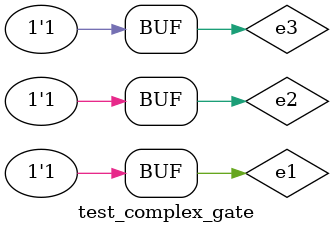
<source format=v>
/***********************************************************************/
/*                                                                     */
/*   this file is temporary awaiting a scalable implementation         */
/*                                                                     */
/***********************************************************************/

`include "src/primitive/complex_gate/complex_gate.v"

module test_complex_gate;
   reg e1, e2, e3;
   wire	     out_aoi, out_ao;

   gate_aoi aoi_inst(out_aoi, {e3, e2, e1});
   gate_ao  ao_inst (out_ao , {e3, e2, e1});

   initial
     begin
	$dumpfile("signal_test_serial_gate.vcd");
        $dumpvars;
        $monitor("time %d\ne1\t%b\ne2\t%b\ne3\t%b\naoi\t%b\nao\t%b\n\n",
		 $time, e1, e2, e3,
		 out_aoi, out_ao);

	e1 <= 0;
	e2 <= 0;
	e3 <= 0;
	#10;
	e1 <= 1;
	#10;
	e1 <= 0;
	e2 <= 1;
	#10;
	e1 <= 1;
	#10;

	e1 <= 0;
	e2 <= 0;
	e3 <= 1;
	#10;
	e1 <= 1;
	#10;
	e1 <= 0;
	e2 <= 1;
	#10;
	e1 <= 1;
	#10;
     end

endmodule

</source>
